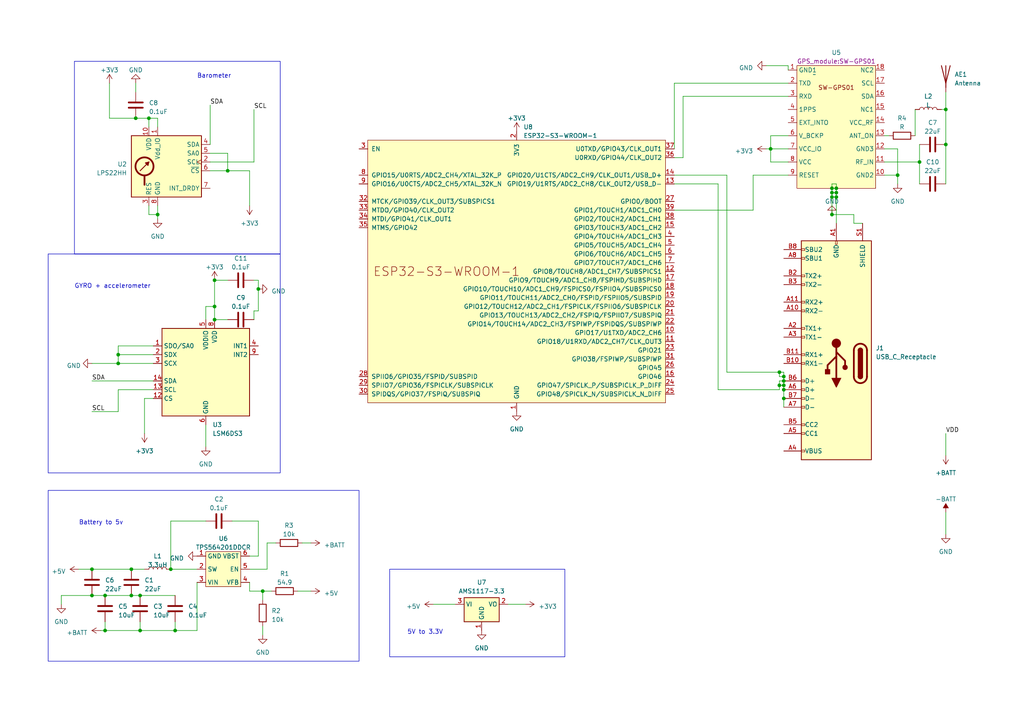
<source format=kicad_sch>
(kicad_sch (version 20230121) (generator eeschema)
  (paper "A4")
  (lib_symbols
    (symbol "Connector:USB_C_Receptacle" (pin_names (offset 1.016))
      (property "Reference" "J" (at -10.16 29.21 0))
      (property "Value" "USB_C_Receptacle" (at 10.16 29.21 0))
      (symbol "USB_C_Receptacle_0_0"
        (rectangle (start -0.254 -35.56) (end 0.254 -34.544))
        (rectangle (start 10.16 -32.766) (end 9.144 -33.274))
        (rectangle (start 10.16 -30.226) (end 9.144 -30.734))
        (rectangle (start 10.16 -25.146) (end 9.144 -25.654))
        (rectangle (start 10.16 -22.606) (end 9.144 -23.114))
        (rectangle (start 10.16 -17.526) (end 9.144 -18.034))
        (rectangle (start 10.16 -14.986) (end 9.144 -15.494))
        (rectangle (start 10.16 -9.906) (end 9.144 -10.414))
        (rectangle (start 10.16 -7.366) (end 9.144 -7.874))
        (rectangle (start 10.16 -2.286) (end 9.144 -2.794))
        (rectangle (start 10.16 0.254) (end 9.144 -0.254))
        (rectangle (start 10.16 5.334) (end 9.144 4.826))
        (rectangle (start 10.16 7.874) (end 9.144 7.366))
        (rectangle (start 10.16 10.414) (end 9.144 9.906))
        (rectangle (start 10.16 12.954) (end 9.144 12.446))
        (rectangle (start 10.16 18.034) (end 9.144 17.526))
        (rectangle (start 10.16 20.574) (end 9.144 20.066))
        (rectangle (start 10.16 25.654) (end 9.144 25.146))
      )
      (symbol "USB_C_Receptacle_0_1"
        (rectangle (start -10.16 27.94) (end 10.16 -35.56) (stroke (width 0.254)) (fill (type background)))
        (arc (start -8.89 -3.81) (mid -6.985 -5.7067) (end -5.08 -3.81) (stroke (width 0.508)))
        (arc (start -7.62 -3.81) (mid -6.985 -4.4423) (end -6.35 -3.81) (stroke (width 0.254)))
        (arc (start -7.62 -3.81) (mid -6.985 -4.4423) (end -6.35 -3.81) (stroke (width 0.254)) (fill (type outline)))
        (rectangle (start -7.62 -3.81) (end -6.35 3.81) (stroke (width 0.254)) (fill (type outline)))
        (arc (start -6.35 3.81) (mid -6.985 4.4423) (end -7.62 3.81) (stroke (width 0.254)))
        (arc (start -6.35 3.81) (mid -6.985 4.4423) (end -7.62 3.81) (stroke (width 0.254)) (fill (type outline)))
        (arc (start -5.08 3.81) (mid -6.985 5.7067) (end -8.89 3.81) (stroke (width 0.508)))
        (polyline (pts (xy -8.89 -3.81) (xy -8.89 3.81)) (stroke (width 0.508)))
        (polyline (pts (xy -5.08 3.81) (xy -5.08 -3.81)) (stroke (width 0.508)))
      )
      (symbol "USB_C_Receptacle_1_1"
        (circle (center -2.54 1.143) (radius 0.635) (stroke (width 0.254)) (fill (type outline)))
        (circle (center 0 -5.842) (radius 1.27) (fill (type outline)))
        (polyline (pts (xy 0 -5.842) (xy 0 4.318)) (stroke (width 0.508)))
        (polyline (pts (xy 0 -3.302) (xy -2.54 -0.762) (xy -2.54 0.508)) (stroke (width 0.508)))
        (polyline (pts (xy 0 -2.032) (xy 2.54 0.508) (xy 2.54 1.778)) (stroke (width 0.508)))
        (polyline (pts (xy -1.27 4.318) (xy 0 6.858) (xy 1.27 4.318) (xy -1.27 4.318)) (stroke (width 0.254)) (fill (type outline)))
        (rectangle (start 1.905 1.778) (end 3.175 3.048) (stroke (width 0.254)) (fill (type outline)))
        (pin passive line (at 0 -40.64 90) (length 5.08) (name "GND") (number "A1"))
        (pin bidirectional line (at 15.24 -15.24 180) (length 5.08) (name "RX2-") (number "A10"))
        (pin bidirectional line (at 15.24 -17.78 180) (length 5.08) (name "RX2+") (number "A11"))
        (pin passive line (at 0 -40.64 90) (length 5.08) hide (name "GND") (number "A12"))
        (pin bidirectional line (at 15.24 -10.16 180) (length 5.08) (name "TX1+") (number "A2"))
        (pin bidirectional line (at 15.24 -7.62 180) (length 5.08) (name "TX1-") (number "A3"))
        (pin passive line (at 15.24 25.4 180) (length 5.08) (name "VBUS") (number "A4"))
        (pin bidirectional line (at 15.24 20.32 180) (length 5.08) (name "CC1") (number "A5"))
        (pin bidirectional line (at 15.24 7.62 180) (length 5.08) (name "D+") (number "A6"))
        (pin bidirectional line (at 15.24 12.7 180) (length 5.08) (name "D-") (number "A7"))
        (pin bidirectional line (at 15.24 -30.48 180) (length 5.08) (name "SBU1") (number "A8"))
        (pin passive line (at 15.24 25.4 180) (length 5.08) hide (name "VBUS") (number "A9"))
        (pin passive line (at 0 -40.64 90) (length 5.08) hide (name "GND") (number "B1"))
        (pin bidirectional line (at 15.24 0 180) (length 5.08) (name "RX1-") (number "B10"))
        (pin bidirectional line (at 15.24 -2.54 180) (length 5.08) (name "RX1+") (number "B11"))
        (pin passive line (at 0 -40.64 90) (length 5.08) hide (name "GND") (number "B12"))
        (pin bidirectional line (at 15.24 -25.4 180) (length 5.08) (name "TX2+") (number "B2"))
        (pin bidirectional line (at 15.24 -22.86 180) (length 5.08) (name "TX2-") (number "B3"))
        (pin passive line (at 15.24 25.4 180) (length 5.08) hide (name "VBUS") (number "B4"))
        (pin bidirectional line (at 15.24 17.78 180) (length 5.08) (name "CC2") (number "B5"))
        (pin bidirectional line (at 15.24 5.08 180) (length 5.08) (name "D+") (number "B6"))
        (pin bidirectional line (at 15.24 10.16 180) (length 5.08) (name "D-") (number "B7"))
        (pin bidirectional line (at 15.24 -33.02 180) (length 5.08) (name "SBU2") (number "B8"))
        (pin passive line (at 15.24 25.4 180) (length 5.08) hide (name "VBUS") (number "B9"))
        (pin passive line (at -7.62 -40.64 90) (length 5.08) (name "SHIELD") (number "S1"))
      )
    )
    (symbol "Device:Antenna" (pin_numbers hide) (pin_names (offset 1.016) hide)
      (property "Reference" "AE" (at -1.905 1.905 0))
      (property "Value" "Antenna" (at -1.905 0 0))
      (symbol "Antenna_0_1"
        (polyline (pts (xy 0 2.54) (xy 0 -3.81)) (stroke (width 0.254)))
        (polyline (pts (xy 1.27 2.54) (xy 0 -2.54) (xy -1.27 2.54)) (stroke (width 0.254)))
      )
      (symbol "Antenna_1_1"
        (pin input line (at 0 -5.08 90) (length 2.54) (name "A") (number "1"))
      )
    )
    (symbol "Device:C" (pin_numbers hide) (pin_names (offset 0.254))
      (property "Reference" "C" (at 0.635 2.54 0))
      (property "Value" "C" (at 0.635 -2.54 0))
      (symbol "C_0_1"
        (polyline (pts (xy -2.032 -0.762) (xy 2.032 -0.762)) (stroke (width 0.508)))
        (polyline (pts (xy -2.032 0.762) (xy 2.032 0.762)) (stroke (width 0.508)))
      )
      (symbol "C_1_1"
        (pin passive line (at 0 3.81 270) (length 2.794) (name "~") (number "1"))
        (pin passive line (at 0 -3.81 90) (length 2.794) (name "~") (number "2"))
      )
    )
    (symbol "Device:L" (pin_numbers hide) (pin_names (offset 1.016) hide)
      (property "Reference" "L" (at -1.27 0 90))
      (property "Value" "L" (at 1.905 0 90))
      (symbol "L_0_1"
        (arc (start 0 -2.54) (mid 0.6323 -1.905) (end 0 -1.27))
        (arc (start 0 -1.27) (mid 0.6323 -0.635) (end 0 0))
        (arc (start 0 0) (mid 0.6323 0.635) (end 0 1.27))
        (arc (start 0 1.27) (mid 0.6323 1.905) (end 0 2.54))
      )
      (symbol "L_1_1"
        (pin passive line (at 0 3.81 270) (length 1.27) (name "1") (number "1"))
        (pin passive line (at 0 -3.81 90) (length 1.27) (name "2") (number "2"))
      )
    )
    (symbol "Device:R" (pin_numbers hide) (pin_names (offset 0))
      (property "Reference" "R" (at 2.032 0 90))
      (property "Value" "R" (at 0 0 90))
      (symbol "R_0_1"
        (rectangle (start -1.016 -2.54) (end 1.016 2.54) (stroke (width 0.254)))
      )
      (symbol "R_1_1"
        (pin passive line (at 0 3.81 270) (length 1.27) (name "~") (number "1"))
        (pin passive line (at 0 -3.81 90) (length 1.27) (name "~") (number "2"))
      )
    )
    (symbol "Espressif:ESP32-S3-WROOM-1" (pin_names (offset 1.016))
      (property "Reference" "U" (at -43.18 43.18 0))
      (property "Value" "ESP32-S3-WROOM-1" (at -43.18 40.64 0))
      (symbol "ESP32-S3-WROOM-1_0_0"
        (text "ESP32-S3-WROOM-1" (at -20.32 0 0) (effects (font (size 2.54 2.54))))
        (pin power_in line (at 0 -40.64 90) (length 2.54) (name "GND") (number "1"))
        (pin bidirectional line (at 45.72 -17.78 180) (length 2.54) (name "GPIO17/U1TXD/ADC2_CH6") (number "10"))
        (pin bidirectional line (at 45.72 -20.32 180) (length 2.54) (name "GPIO18/U1RXD/ADC2_CH7/CLK_OUT3") (number "11"))
        (pin bidirectional line (at 45.72 0 180) (length 2.54) (name "GPIO8/TOUCH8/ADC1_CH7/SUBSPICS1") (number "12"))
        (pin bidirectional line (at 45.72 25.4 180) (length 2.54) (name "GPIO19/U1RTS/ADC2_CH8/CLK_OUT2/USB_D-") (number "13"))
        (pin bidirectional line (at 45.72 27.94 180) (length 2.54) (name "GPIO20/U1CTS/ADC2_CH9/CLK_OUT1/USB_D+") (number "14"))
        (pin bidirectional line (at 45.72 12.7 180) (length 2.54) (name "GPIO3/TOUCH3/ADC1_CH2") (number "15"))
        (pin bidirectional line (at 45.72 -30.48 180) (length 2.54) (name "GPIO46") (number "16"))
        (pin bidirectional line (at 45.72 -2.54 180) (length 2.54) (name "GPIO9/TOUCH9/ADC1_CH8/FSPIHD/SUBSPIHD") (number "17"))
        (pin bidirectional line (at 45.72 -5.08 180) (length 2.54) (name "GPIO10/TOUCH10/ADC1_CH9/FSPICS0/FSPIIO4/SUBSPICS0") (number "18"))
        (pin bidirectional line (at 45.72 -7.62 180) (length 2.54) (name "GPIO11/TOUCH11/ADC2_CH0/FSPID/FSPIIO5/SUBSPID") (number "19"))
        (pin power_in line (at 0 40.64 270) (length 2.54) (name "3V3") (number "2"))
        (pin bidirectional line (at 45.72 -10.16 180) (length 2.54) (name "GPIO12/TOUCH12/ADC2_CH1/FSPICLK/FSPIIO6/SUBSPICLK") (number "20"))
        (pin bidirectional line (at 45.72 -12.7 180) (length 2.54) (name "GPIO13/TOUCH13/ADC2_CH2/FSPIQ/FSPIIO7/SUBSPIQ") (number "21"))
        (pin bidirectional line (at 45.72 -15.24 180) (length 2.54) (name "GPIO14/TOUCH14/ADC2_CH3/FSPIWP/FSPIDQS/SUBSPIWP") (number "22"))
        (pin bidirectional line (at 45.72 -22.86 180) (length 2.54) (name "GPIO21") (number "23"))
        (pin bidirectional line (at 45.72 -33.02 180) (length 2.54) (name "GPIO47/SPICLK_P/SUBSPICLK_P_DIFF") (number "24"))
        (pin bidirectional line (at 45.72 -35.56 180) (length 2.54) (name "GPIO48/SPICLK_N/SUBSPICLK_N_DIFF") (number "25"))
        (pin bidirectional line (at 45.72 -27.94 180) (length 2.54) (name "GPIO45") (number "26"))
        (pin bidirectional line (at 45.72 20.32 180) (length 2.54) (name "GPIO0/BOOT") (number "27"))
        (pin bidirectional line (at -45.72 -30.48 0) (length 2.54) (name "SPIIO6/GPIO35/FSPID/SUBSPID") (number "28"))
        (pin bidirectional line (at -45.72 -33.02 0) (length 2.54) (name "SPIIO7/GPIO36/FSPICLK/SUBSPICLK") (number "29"))
        (pin input line (at -45.72 35.56 0) (length 2.54) (name "EN") (number "3"))
        (pin bidirectional line (at -45.72 -35.56 0) (length 2.54) (name "SPIDQS/GPIO37/FSPIQ/SUBSPIQ") (number "30"))
        (pin bidirectional line (at 45.72 -25.4 180) (length 2.54) (name "GPIO38/FSPIWP/SUBSPIWP") (number "31"))
        (pin bidirectional line (at -45.72 20.32 0) (length 2.54) (name "MTCK/GPIO39/CLK_OUT3/SUBSPICS1") (number "32"))
        (pin bidirectional line (at -45.72 17.78 0) (length 2.54) (name "MTDO/GPIO40/CLK_OUT2") (number "33"))
        (pin bidirectional line (at -45.72 15.24 0) (length 2.54) (name "MTDI/GPIO41/CLK_OUT1") (number "34"))
        (pin bidirectional line (at -45.72 12.7 0) (length 2.54) (name "MTMS/GPIO42") (number "35"))
        (pin bidirectional line (at 45.72 33.02 180) (length 2.54) (name "U0RXD/GPIO44/CLK_OUT2") (number "36"))
        (pin bidirectional line (at 45.72 35.56 180) (length 2.54) (name "U0TXD/GPIO43/CLK_OUT1") (number "37"))
        (pin bidirectional line (at 45.72 15.24 180) (length 2.54) (name "GPIO2/TOUCH2/ADC1_CH1") (number "38"))
        (pin bidirectional line (at 45.72 17.78 180) (length 2.54) (name "GPIO1/TOUCH1/ADC1_CH0") (number "39"))
        (pin bidirectional line (at 45.72 10.16 180) (length 2.54) (name "GPIO4/TOUCH4/ADC1_CH3") (number "4"))
        (pin passive line (at 0 -40.64 90) (length 2.54) hide (name "GND") (number "40"))
        (pin passive line (at 0 -40.64 90) (length 2.54) hide (name "GND") (number "41"))
        (pin bidirectional line (at 45.72 7.62 180) (length 2.54) (name "GPIO5/TOUCH5/ADC1_CH4") (number "5"))
        (pin bidirectional line (at 45.72 5.08 180) (length 2.54) (name "GPIO6/TOUCH6/ADC1_CH5") (number "6"))
        (pin bidirectional line (at 45.72 2.54 180) (length 2.54) (name "GPIO7/TOUCH7/ADC1_CH6") (number "7"))
        (pin bidirectional line (at -45.72 27.94 0) (length 2.54) (name "GPIO15/U0RTS/ADC2_CH4/XTAL_32K_P") (number "8"))
        (pin bidirectional line (at -45.72 25.4 0) (length 2.54) (name "GPIO16/U0CTS/ADC2_CH5/XTAL_32K_N") (number "9"))
      )
      (symbol "ESP32-S3-WROOM-1_0_1"
        (rectangle (start -43.18 38.1) (end 43.18 -38.1) (fill (type background)))
      )
    )
    (symbol "GPS_module:SW-GPS01"
      (property "Reference" "U" (at -1.27 0 0))
      (property "Footprint" "GPS_module:SW-GPS01" (at 0 -35.56 0))
      (symbol "SW-GPS01_1_1"
        (rectangle (start -11.43 2.54) (end 11.43 -33.02) (fill (type background)))
        (text "SW-GPS01" (at 0 -3.81 0) (effects (font (size 1.27 1.27))))
        (pin input line (at -13.97 1.27 0) (length 2.54) (name "GND1") (number "1"))
        (pin input line (at 13.97 -29.21 180) (length 2.54) (name "GND2") (number "10"))
        (pin input line (at 13.97 -25.4 180) (length 2.54) (name "RF_IN") (number "11"))
        (pin input line (at 13.97 -21.59 180) (length 2.54) (name "GND3") (number "12"))
        (pin input line (at 13.97 -17.78 180) (length 2.54) (name "ANT_ON") (number "13"))
        (pin input line (at 13.97 -13.97 180) (length 2.54) (name "VCC_RF") (number "14"))
        (pin input line (at 13.97 -10.16 180) (length 2.54) (name "NC1") (number "15"))
        (pin input line (at 13.97 -6.35 180) (length 2.54) (name "SDA") (number "16"))
        (pin input line (at 13.97 -2.54 180) (length 2.54) (name "SCL") (number "17"))
        (pin input line (at 13.97 1.27 180) (length 2.54) (name "NC2") (number "18"))
        (pin input line (at -13.97 -2.54 0) (length 2.54) (name "TXD") (number "2"))
        (pin input line (at -13.97 -6.35 0) (length 2.54) (name "RXD") (number "3"))
        (pin input line (at -13.97 -10.16 0) (length 2.54) (name "1PPS") (number "4"))
        (pin input line (at -13.97 -13.97 0) (length 2.54) (name "EXT_INTO") (number "5"))
        (pin input line (at -13.97 -17.78 0) (length 2.54) (name "V_BCKP") (number "6"))
        (pin input line (at -13.97 -21.59 0) (length 2.54) (name "VCC_IO") (number "7"))
        (pin input line (at -13.97 -25.4 0) (length 2.54) (name "VCC") (number "8"))
        (pin input line (at -13.97 -29.21 0) (length 2.54) (name "RESET") (number "9"))
      )
    )
    (symbol "Regulator_Linear:AMS1117-3.3"
      (property "Reference" "U" (at -3.81 3.175 0))
      (property "Value" "AMS1117-3.3" (at 0 3.175 0))
      (symbol "AMS1117-3.3_0_1"
        (rectangle (start -5.08 -5.08) (end 5.08 1.905) (stroke (width 0.254)) (fill (type background)))
      )
      (symbol "AMS1117-3.3_1_1"
        (pin power_in line (at 0 -7.62 90) (length 2.54) (name "GND") (number "1"))
        (pin power_out line (at 7.62 0 180) (length 2.54) (name "VO") (number "2"))
        (pin power_in line (at -7.62 0 0) (length 2.54) (name "VI") (number "3"))
      )
    )
    (symbol "Sensor_Motion:LSM6DS3"
      (property "Reference" "U" (at -11.43 15.24 0))
      (property "Value" "LSM6DS3" (at -11.43 12.7 0))
      (symbol "LSM6DS3_0_1"
        (rectangle (start -12.7 12.7) (end 12.7 -12.7) (stroke (width 0.254)) (fill (type background)))
      )
      (symbol "LSM6DS3_1_1"
        (pin bidirectional line (at -15.24 7.62 0) (length 2.54) (name "SDO/SA0") (number "1"))
        (pin no_connect line (at 12.7 -5.08 180) (length 3.81) hide (name "NC") (number "10"))
        (pin no_connect line (at 12.7 -2.54 180) (length 3.81) hide (name "NC") (number "11"))
        (pin input line (at -15.24 -7.62 0) (length 2.54) (name "CS") (number "12"))
        (pin input line (at -15.24 -5.08 0) (length 2.54) (name "SCL") (number "13"))
        (pin bidirectional line (at -15.24 -2.54 0) (length 2.54) (name "SDA") (number "14"))
        (pin bidirectional line (at -15.24 5.08 0) (length 2.54) (name "SDX") (number "2"))
        (pin input line (at -15.24 2.54 0) (length 2.54) (name "SCX") (number "3"))
        (pin output line (at 15.24 7.62 180) (length 2.54) (name "INT1") (number "4"))
        (pin power_in line (at 0 15.24 270) (length 2.54) (name "VDDIO") (number "5"))
        (pin power_in line (at 0 -15.24 90) (length 2.54) (name "GND") (number "6"))
        (pin passive line (at 0 -15.24 90) (length 2.54) hide (name "GND") (number "7"))
        (pin power_in line (at 2.54 15.24 270) (length 2.54) (name "VDD") (number "8"))
        (pin output line (at 15.24 5.08 180) (length 2.54) (name "INT2") (number "9"))
      )
    )
    (symbol "Sensor_Pressure:LPS22HH"
      (property "Reference" "U" (at -11.43 1.27 0))
      (property "Value" "LPS22HH" (at -11.43 -1.27 0))
      (symbol "LPS22HH_0_1"
        (rectangle (start -10.16 10.16) (end 10.16 -7.62) (stroke (width 0.254)) (fill (type background)))
        (circle (center -6.35 1.27) (radius 2.6162) (stroke (width 0.508)))
        (polyline (pts (xy -7.62 0) (xy -5.08 2.54)) (stroke (width 0.254)))
        (polyline (pts (xy -6.35 -1.524) (xy -6.35 -4.064)) (stroke (width 0.508)))
        (polyline (pts (xy -5.08 2.54) (xy -5.334 1.524) (xy -6.096 2.286) (xy -5.08 2.54)) (stroke (width 0.254)) (fill (type outline)))
      )
      (symbol "LPS22HH_1_1"
        (pin power_in line (at -2.54 12.7 270) (length 2.54) (name "Vdd_IO") (number "1"))
        (pin power_in line (at -5.08 12.7 270) (length 2.54) (name "VDD") (number "10"))
        (pin input clock (at 12.7 2.54 180) (length 2.54) (name "SCL") (number "2"))
        (pin passive line (at -5.08 -10.16 90) (length 2.54) (name "RES") (number "3"))
        (pin bidirectional line (at 12.7 7.62 180) (length 2.54) (name "SDA") (number "4"))
        (pin input line (at 12.7 5.08 180) (length 2.54) (name "SA0") (number "5"))
        (pin input line (at 12.7 0 180) (length 2.54) (name "~{CS}") (number "6"))
        (pin output line (at 12.7 -5.08 180) (length 2.54) (name "INT_DRDY") (number "7"))
        (pin power_in line (at -2.54 -10.16 90) (length 2.54) (name "GND") (number "8"))
        (pin passive line (at -2.54 -10.16 90) (length 2.54) hide (name "GND") (number "9"))
      )
    )
    (symbol "custom_parts:TPS564201"
      (property "Reference" "U6" (at 0 2.54 0))
      (property "Value" "TPS564201DDCR" (at 0 0 0))
      (symbol "TPS564201_1_1"
        (rectangle (start -5.08 -1.27) (end 5.08 -11.43) (fill (type background)))
        (pin input line (at -7.62 -2.54 0) (length 2.54) (name "GND") (number "1"))
        (pin input line (at -7.62 -6.35 0) (length 2.54) (name "SW") (number "2"))
        (pin input line (at -7.62 -10.16 0) (length 2.54) (name "VIN") (number "3"))
        (pin input line (at 7.62 -10.16 180) (length 2.54) (name "VFB") (number "4"))
        (pin input line (at 7.62 -6.35 180) (length 2.54) (name "EN") (number "5"))
        (pin input line (at 7.62 -2.54 180) (length 2.54) (name "VBST") (number "6"))
      )
    )
    (symbol "power:+3V3" (power) (pin_names (offset 0))
      (property "Value" "+3V3" (at 0 3.556 0))
      (symbol "+3V3_0_1"
        (polyline (pts (xy -0.762 1.27) (xy 0 2.54)))
        (polyline (pts (xy 0 0) (xy 0 2.54)))
        (polyline (pts (xy 0 2.54) (xy 0.762 1.27)))
      )
      (symbol "+3V3_1_1"
        (pin power_in line (at 0 0 90) (length 0) hide (name "+3V3") (number "1"))
      )
    )
    (symbol "power:+5V" (power) (pin_names (offset 0))
      (property "Value" "+5V" (at 0 3.556 0))
      (symbol "+5V_0_1"
        (polyline (pts (xy -0.762 1.27) (xy 0 2.54)))
        (polyline (pts (xy 0 0) (xy 0 2.54)))
        (polyline (pts (xy 0 2.54) (xy 0.762 1.27)))
      )
      (symbol "+5V_1_1"
        (pin power_in line (at 0 0 90) (length 0) hide (name "+5V") (number "1"))
      )
    )
    (symbol "power:+BATT" (power) (pin_names (offset 0))
      (property "Value" "+BATT" (at 0 3.556 0))
      (symbol "+BATT_0_1"
        (polyline (pts (xy -0.762 1.27) (xy 0 2.54)))
        (polyline (pts (xy 0 0) (xy 0 2.54)))
        (polyline (pts (xy 0 2.54) (xy 0.762 1.27)))
      )
      (symbol "+BATT_1_1"
        (pin power_in line (at 0 0 90) (length 0) hide (name "+BATT") (number "1"))
      )
    )
    (symbol "power:-BATT" (power) (pin_names (offset 0))
      (property "Value" "-BATT" (at 0 3.556 0))
      (symbol "-BATT_0_1"
        (polyline (pts (xy 0 0) (xy 0 2.54)))
        (polyline (pts (xy 0.762 1.27) (xy -0.762 1.27) (xy 0 2.54) (xy 0.762 1.27)) (fill (type outline)))
      )
      (symbol "-BATT_1_1"
        (pin power_in line (at 0 0 90) (length 0) hide (name "-BATT") (number "1"))
      )
    )
    (symbol "power:GND" (power) (pin_names (offset 0))
      (property "Value" "GND" (at 0 -3.81 0))
      (symbol "GND_0_1"
        (polyline (pts (xy 0 0) (xy 0 -1.27) (xy 1.27 -1.27) (xy 0 -2.54) (xy -1.27 -1.27) (xy 0 -1.27)))
      )
      (symbol "GND_1_1"
        (pin power_in line (at 0 0 270) (length 0) hide (name "GND") (number "1"))
      )
    )
  )
  (junction (at 40.64 172.72))
  (junction (at 62.23 81.28))
  (junction (at 62.23 92.71))
  (junction (at 34.29 102.87))
  (junction (at 40.64 182.88))
  (junction (at 38.1 172.72))
  (junction (at 241.3 62.23))
  (junction (at 227.33 110.49))
  (junction (at 74.93 83.82))
  (junction (at 76.2 171.45))
  (junction (at 30.48 182.88))
  (junction (at 30.48 172.72))
  (junction (at 242.57 54.61))
  (junction (at 274.32 31.75))
  (junction (at 266.7 46.99))
  (junction (at 26.67 172.72))
  (junction (at 226.06 111.76))
  (junction (at 242.57 55.88))
  (junction (at 227.33 115.57))
  (junction (at 50.8 182.88))
  (junction (at 66.04 49.53))
  (junction (at 274.32 41.91))
  (junction (at 43.18 34.29))
  (junction (at 241.3 57.15))
  (junction (at 62.23 88.9))
  (junction (at 227.33 113.03))
  (junction (at 241.3 55.88))
  (junction (at 34.29 105.41))
  (junction (at 223.52 43.18))
  (junction (at 227.33 109.22))
  (junction (at 242.57 57.15))
  (junction (at 226.06 107.95))
  (junction (at 260.35 50.8))
  (junction (at 49.53 165.1))
  (junction (at 38.1 165.1))
  (junction (at 45.72 62.23))
  (junction (at 227.33 111.76))
  (junction (at 241.3 54.61))
  (junction (at 26.67 165.1))
  (junction (at 39.37 34.29))
  (wire (pts (xy 30.48 182.88) (xy 30.48 180.34)))
  (wire (pts (xy 86.36 171.45) (xy 90.17 171.45)))
  (wire (pts (xy 147.32 175.26) (xy 152.4 175.26)))
  (wire (pts (xy 17.78 175.26) (xy 17.78 172.72)))
  (wire (pts (xy 256.54 43.18) (xy 260.35 43.18)))
  (wire (pts (xy 74.93 161.29) (xy 72.39 161.29)))
  (wire (pts (xy 43.18 34.29) (xy 45.72 34.29)))
  (wire (pts (xy 26.67 172.72) (xy 30.48 172.72)))
  (wire (pts (xy 195.58 45.72) (xy 198.12 45.72)))
  (wire (pts (xy 241.3 57.15) (xy 241.3 62.23)))
  (wire (pts (xy 223.52 43.18) (xy 228.6 43.18)))
  (wire (pts (xy 195.58 50.8) (xy 210.82 50.8)))
  (wire (pts (xy 247.65 64.77) (xy 247.65 62.23)))
  (wire (pts (xy 60.96 46.99) (xy 73.66 46.99)))
  (wire (pts (xy 274.32 148.59) (xy 274.32 154.94)))
  (wire (pts (xy 218.44 60.96) (xy 218.44 50.8)))
  (wire (pts (xy 256.54 50.8) (xy 260.35 50.8)))
  (wire (pts (xy 247.65 62.23) (xy 241.3 62.23)))
  (wire (pts (xy 43.18 36.83) (xy 43.18 34.29)))
  (wire (pts (xy 45.72 62.23) (xy 45.72 59.69)))
  (wire (pts (xy 57.15 168.91) (xy 57.15 182.88)))
  (wire (pts (xy 227.33 109.22) (xy 226.06 109.22)))
  (wire (pts (xy 40.64 172.72) (xy 50.8 172.72)))
  (wire (pts (xy 198.12 45.72) (xy 198.12 27.94)))
  (wire (pts (xy 30.48 182.88) (xy 40.64 182.88)))
  (wire (pts (xy 242.57 53.34) (xy 241.3 53.34)))
  (wire (pts (xy 29.21 182.88) (xy 30.48 182.88)))
  (wire (pts (xy 49.53 151.13) (xy 59.69 151.13)))
  (wire (pts (xy 38.1 172.72) (xy 40.64 172.72)))
  (wire (pts (xy 60.96 49.53) (xy 66.04 49.53)))
  (wire (pts (xy 227.33 109.22) (xy 227.33 107.95)))
  (wire (pts (xy 77.47 165.1) (xy 77.47 157.48)))
  (wire (pts (xy 43.18 62.23) (xy 43.18 59.69)))
  (wire (pts (xy 242.57 54.61) (xy 241.3 54.61)))
  (wire (pts (xy 73.66 90.17) (xy 73.66 92.71)))
  (wire (pts (xy 67.31 151.13) (xy 74.93 151.13)))
  (wire (pts (xy 241.3 53.34) (xy 241.3 54.61)))
  (wire (pts (xy 242.57 55.88) (xy 241.3 55.88)))
  (wire (pts (xy 274.32 31.75) (xy 274.32 26.67)))
  (wire (pts (xy 77.47 157.48) (xy 80.01 157.48)))
  (wire (pts (xy 76.2 171.45) (xy 76.2 173.99)))
  (wire (pts (xy 210.82 50.8) (xy 210.82 107.95)))
  (wire (pts (xy 31.75 34.29) (xy 39.37 34.29)))
  (wire (pts (xy 34.29 105.41) (xy 44.45 105.41)))
  (wire (pts (xy 59.69 92.71) (xy 59.69 88.9)))
  (wire (pts (xy 49.53 151.13) (xy 49.53 165.1)))
  (wire (pts (xy 74.93 90.17) (xy 73.66 90.17)))
  (wire (pts (xy 34.29 113.03) (xy 34.29 119.38)))
  (wire (pts (xy 222.25 19.05) (xy 228.6 19.05)))
  (wire (pts (xy 223.52 46.99) (xy 223.52 43.18)))
  (wire (pts (xy 227.33 110.49) (xy 226.06 110.49)))
  (wire (pts (xy 227.33 115.57) (xy 227.33 113.03)))
  (wire (pts (xy 273.05 31.75) (xy 274.32 31.75)))
  (wire (pts (xy 274.32 31.75) (xy 274.32 41.91)))
  (wire (pts (xy 242.57 54.61) (xy 242.57 53.34)))
  (wire (pts (xy 125.73 175.26) (xy 132.08 175.26)))
  (wire (pts (xy 265.43 31.75) (xy 265.43 39.37)))
  (wire (pts (xy 198.12 27.94) (xy 228.6 27.94)))
  (wire (pts (xy 227.33 110.49) (xy 227.33 111.76)))
  (wire (pts (xy 241.3 55.88) (xy 241.3 57.15)))
  (wire (pts (xy 227.33 107.95) (xy 226.06 107.95)))
  (wire (pts (xy 226.06 109.22) (xy 226.06 107.95)))
  (wire (pts (xy 72.39 168.91) (xy 72.39 171.45)))
  (wire (pts (xy 76.2 171.45) (xy 78.74 171.45)))
  (wire (pts (xy 227.33 115.57) (xy 227.33 118.11)))
  (wire (pts (xy 227.33 110.49) (xy 227.33 109.22)))
  (wire (pts (xy 38.1 165.1) (xy 41.91 165.1)))
  (wire (pts (xy 59.69 123.19) (xy 59.69 129.54)))
  (wire (pts (xy 50.8 180.34) (xy 50.8 182.88)))
  (wire (pts (xy 218.44 50.8) (xy 228.6 50.8)))
  (wire (pts (xy 260.35 50.8) (xy 260.35 53.34)))
  (wire (pts (xy 40.64 180.34) (xy 40.64 182.88)))
  (wire (pts (xy 66.04 44.45) (xy 66.04 49.53)))
  (wire (pts (xy 242.57 64.77) (xy 242.57 57.15)))
  (wire (pts (xy 34.29 100.33) (xy 34.29 102.87)))
  (wire (pts (xy 39.37 34.29) (xy 43.18 34.29)))
  (wire (pts (xy 39.37 24.13) (xy 39.37 26.67)))
  (wire (pts (xy 72.39 171.45) (xy 76.2 171.45)))
  (wire (pts (xy 227.33 111.76) (xy 226.06 111.76)))
  (wire (pts (xy 44.45 115.57) (xy 41.91 115.57)))
  (wire (pts (xy 22.86 165.1) (xy 26.67 165.1)))
  (wire (pts (xy 260.35 43.18) (xy 260.35 50.8)))
  (wire (pts (xy 74.93 151.13) (xy 74.93 161.29)))
  (wire (pts (xy 274.32 41.91) (xy 274.32 53.34)))
  (wire (pts (xy 60.96 30.48) (xy 60.96 41.91)))
  (wire (pts (xy 228.6 39.37) (xy 223.52 39.37)))
  (wire (pts (xy 59.69 88.9) (xy 62.23 88.9)))
  (wire (pts (xy 242.57 57.15) (xy 242.57 55.88)))
  (wire (pts (xy 228.6 46.99) (xy 223.52 46.99)))
  (wire (pts (xy 222.25 43.18) (xy 223.52 43.18)))
  (wire (pts (xy 43.18 62.23) (xy 45.72 62.23)))
  (wire (pts (xy 44.45 100.33) (xy 34.29 100.33)))
  (wire (pts (xy 87.63 157.48) (xy 90.17 157.48)))
  (wire (pts (xy 72.39 165.1) (xy 77.47 165.1)))
  (wire (pts (xy 26.67 105.41) (xy 34.29 105.41)))
  (wire (pts (xy 66.04 49.53) (xy 72.39 49.53)))
  (wire (pts (xy 228.6 19.05) (xy 228.6 20.32)))
  (wire (pts (xy 242.57 55.88) (xy 242.57 54.61)))
  (wire (pts (xy 45.72 62.23) (xy 45.72 63.5)))
  (wire (pts (xy 49.53 165.1) (xy 57.15 165.1)))
  (wire (pts (xy 72.39 49.53) (xy 72.39 59.69)))
  (wire (pts (xy 226.06 111.76) (xy 226.06 113.03)))
  (wire (pts (xy 274.32 125.73) (xy 274.32 132.08)))
  (wire (pts (xy 256.54 39.37) (xy 257.81 39.37)))
  (wire (pts (xy 266.7 41.91) (xy 266.7 46.99)))
  (wire (pts (xy 74.93 90.17) (xy 74.93 83.82)))
  (wire (pts (xy 17.78 172.72) (xy 26.67 172.72)))
  (wire (pts (xy 242.57 57.15) (xy 241.3 57.15)))
  (wire (pts (xy 45.72 36.83) (xy 45.72 34.29)))
  (wire (pts (xy 73.66 46.99) (xy 73.66 31.75)))
  (wire (pts (xy 60.96 44.45) (xy 66.04 44.45)))
  (wire (pts (xy 195.58 53.34) (xy 208.28 53.34)))
  (wire (pts (xy 40.64 182.88) (xy 50.8 182.88)))
  (wire (pts (xy 227.33 111.76) (xy 227.33 113.03)))
  (wire (pts (xy 76.2 181.61) (xy 76.2 184.15)))
  (wire (pts (xy 208.28 113.03) (xy 226.06 113.03)))
  (wire (pts (xy 247.65 64.77) (xy 250.19 64.77)))
  (wire (pts (xy 30.48 172.72) (xy 38.1 172.72)))
  (wire (pts (xy 34.29 102.87) (xy 34.29 105.41)))
  (wire (pts (xy 241.3 54.61) (xy 241.3 55.88)))
  (wire (pts (xy 195.58 24.13) (xy 228.6 24.13)))
  (wire (pts (xy 208.28 53.34) (xy 208.28 113.03)))
  (wire (pts (xy 195.58 43.18) (xy 195.58 24.13)))
  (wire (pts (xy 34.29 119.38) (xy 26.67 119.38)))
  (wire (pts (xy 50.8 182.88) (xy 57.15 182.88)))
  (wire (pts (xy 41.91 115.57) (xy 41.91 125.73)))
  (wire (pts (xy 62.23 88.9) (xy 62.23 92.71)))
  (wire (pts (xy 210.82 107.95) (xy 226.06 107.95)))
  (wire (pts (xy 62.23 81.28) (xy 62.23 88.9)))
  (wire (pts (xy 44.45 113.03) (xy 34.29 113.03)))
  (wire (pts (xy 256.54 46.99) (xy 266.7 46.99)))
  (wire (pts (xy 226.06 110.49) (xy 226.06 111.76)))
  (wire (pts (xy 223.52 39.37) (xy 223.52 43.18)))
  (wire (pts (xy 195.58 60.96) (xy 218.44 60.96)))
  (wire (pts (xy 26.67 110.49) (xy 44.45 110.49)))
  (wire (pts (xy 66.04 81.28) (xy 62.23 81.28)))
  (wire (pts (xy 44.45 102.87) (xy 34.29 102.87)))
  (wire (pts (xy 74.93 81.28) (xy 74.93 83.82)))
  (wire (pts (xy 62.23 92.71) (xy 66.04 92.71)))
  (wire (pts (xy 73.66 81.28) (xy 74.93 81.28)))
  (wire (pts (xy 26.67 165.1) (xy 38.1 165.1)))
  (wire (pts (xy 31.75 24.13) (xy 31.75 34.29)))
  (wire (pts (xy 266.7 53.34) (xy 266.7 46.99)))
  (rectangle (start 113.03 165.1) (end 163.83 190.5))
  (rectangle (start 13.97 73.66) (end 81.28 137.16))
  (rectangle (start 13.97 142.24) (end 104.14 191.77))
  (rectangle (start 21.59 17.78) (end 81.28 73.66))
  (text "5V to 3.3V" (at 118.11 184.15 0) (effects (font (size 1.27 1.27)) (justify left bottom)))
  (text "Battery to 5v" (at 22.86 152.4 0) (effects (font (size 1.27 1.27)) (justify left bottom)))
  (text "GYRO + accelerometer" (at 21.59 83.82 0) (effects (font (size 1.27 1.27)) (justify left bottom)))
  (text "Barometer" (at 57.15 22.86 0) (effects (font (size 1.27 1.27)) (justify left bottom)))
  (label "VDD" (at 274.32 125.73 0))
  (label "SDA" (at 60.96 30.48 0))
  (label "SDA" (at 26.67 110.49 0))
  (label "SCL" (at 26.67 119.38 0))
  (label "SCL" (at 73.66 31.75 0))
  (symbol (lib_id "Device:C") (at 38.1 168.91 180) (unit 1)
    (property "Reference" "C1" (at 41.91 168.275 0) (effects (justify right)))
    (property "Value" "22uF" (at 41.91 170.815 0) (effects (justify right)))
    (property "Footprint" "Capacitor_SMD:C_1206_3216Metric" (effects hide))
    (property "LCSC#" "C12891" (effects hide))
    (property "Price" "$0.0496" (effects hide))
  )
  (symbol (lib_id "Sensor_Motion:LSM6DS3") (at 59.69 107.95 0) (unit 1)
    (property "Reference" "U3" (at 61.6459 123.19 0) (effects (justify left)))
    (property "Value" "LSM6DS3" (at 61.6459 125.73 0) (effects (justify left)))
    (property "Footprint" "Package_LGA:LGA-14_3x2.5mm_P0.5mm_LayoutBorder3x4y" (effects hide))
    (property "Datasheet" "https://www.st.com/resource/en/datasheet/lsm6ds3tr-c.pdf" (effects hide))
    (property "LCSC#" "C967633" (effects hide))
    (property "Price" "$0.7446" (effects hide))
  )
  (symbol (lib_id "Espressif:ESP32-S3-WROOM-1") (at 149.86 78.74 0) (unit 1)
    (property "Reference" "U8" (at 151.8159 36.83 0) (effects (justify left)))
    (property "Value" "ESP32-S3-WROOM-1" (at 151.8159 39.37 0) (effects (justify left)))
    (property "Footprint" "Espressif:ESP32-S3-WROOM-1U" (effects hide))
    (property "Datasheet" "https://www.espressif.com/sites/default/files/documentation/esp32-s3-wroom-1_wroom-1u_datasheet_en.pdf" (effects hide))
    (property "LCSC#" "C2980300" (effects hide))
    (property "Price" "$3.9201" (effects hide))
  )
  (symbol (lib_id "Device:C") (at 63.5 151.13 90) (unit 1)
    (property "Reference" "C2" (at 63.5 144.78 90))
    (property "Value" "0.1uF" (at 63.5 147.32 90))
    (property "Footprint" "Capacitor_SMD:C_0805_2012Metric" (effects hide))
    (property "LCSC#" "C138340" (effects hide))
    (property "Price" "$0.0084" (effects hide))
  )
  (symbol (lib_id "Device:C") (at 270.51 41.91 270) (unit 1)
    (property "Reference" "C7" (at 270.51 35.56 90))
    (property "Value" "22uF" (at 270.51 38.1 90))
    (property "Footprint" "Capacitor_SMD:C_1206_3216Metric" (effects hide))
    (property "LCSC#" "C12891" (effects hide))
    (property "Price" "$0.0496" (effects hide))
  )
  (symbol (lib_id "power:GND") (at 39.37 24.13 180) (unit 1)
    (property "Reference" "#PWR02" (effects hide))
    (property "Value" "GND" (at 39.37 20.32 0))
  )
  (symbol (lib_id "power:+3V3") (at 62.23 81.28 0) (unit 1)
    (property "Reference" "#PWR028" (effects hide))
    (property "Value" "+3V3" (at 62.23 77.47 0))
  )
  (symbol (lib_id "power:GND") (at 76.2 184.15 0) (unit 1)
    (property "Reference" "#PWR010" (effects hide))
    (property "Value" "GND" (at 76.2 189.23 0))
  )
  (symbol (lib_id "Device:C") (at 30.48 176.53 180) (unit 1)
    (property "Reference" "C5" (at 34.29 175.895 0) (effects (justify right)))
    (property "Value" "10uF" (at 34.29 178.435 0) (effects (justify right)))
    (property "Footprint" "Capacitor_SMD:C_Elec_4x5.4" (effects hide))
    (property "LCSC#" "C72485" (effects hide))
    (property "Price" "$0.0213" (effects hide))
  )
  (symbol (lib_id "Device:C") (at 69.85 81.28 90) (unit 1)
    (property "Reference" "C11" (at 69.85 74.93 90))
    (property "Value" "0.1uF" (at 69.85 77.47 90))
    (property "Footprint" "Capacitor_SMD:C_0805_2012Metric" (effects hide))
    (property "LCSC#" "C138340" (effects hide))
    (property "Price" "$0.0084" (effects hide))
  )
  (symbol (lib_id "Device:R") (at 83.82 157.48 90) (unit 1)
    (property "Reference" "R3" (at 83.82 152.4 90))
    (property "Value" "10k" (at 83.82 154.94 90))
    (property "Footprint" "Resistor_SMD:R_0805_2012Metric" (effects hide))
    (property "LCSC#" "C17414" (effects hide))
    (property "Price" "$0.0010" (effects hide))
  )
  (symbol (lib_id "power:+3V3") (at 31.75 24.13 0) (unit 1)
    (property "Reference" "#PWR019" (effects hide))
    (property "Value" "+3V3" (at 31.75 20.32 0))
  )
  (symbol (lib_id "Device:R") (at 82.55 171.45 270) (unit 1)
    (property "Reference" "R1" (at 82.55 166.37 90))
    (property "Value" "54.9" (at 82.55 168.91 90))
  )
  (symbol (lib_id "power:+3V3") (at 41.91 125.73 180) (unit 1)
    (property "Reference" "#PWR029" (effects hide))
    (property "Value" "+3V3" (at 41.91 130.81 0))
  )
  (symbol (lib_id "Device:C") (at 50.8 176.53 180) (unit 1)
    (property "Reference" "C4" (at 54.61 175.895 0) (effects (justify right)))
    (property "Value" "0.1uF" (at 54.61 178.435 0) (effects (justify right)))
    (property "Footprint" "Capacitor_SMD:C_0805_2012Metric" (effects hide))
    (property "LCSC#" "C138340" (effects hide))
    (property "Price" "$0.0084" (effects hide))
  )
  (symbol (lib_id "power:+5V") (at 125.73 175.26 90) (unit 1)
    (property "Reference" "#PWR014" (effects hide))
    (property "Value" "+5V" (at 121.92 175.895 90) (effects (justify left)))
  )
  (symbol (lib_id "Device:C") (at 69.85 92.71 90) (unit 1)
    (property "Reference" "C9" (at 69.85 86.36 90))
    (property "Value" "0.1uF" (at 69.85 88.9 90))
    (property "Footprint" "Capacitor_SMD:C_0805_2012Metric" (effects hide))
    (property "LCSC#" "C138340" (effects hide))
    (property "Price" "$0.0084" (effects hide))
  )
  (symbol (lib_id "power:GND") (at 17.78 175.26 0) (unit 1)
    (property "Reference" "#PWR07" (effects hide))
    (property "Value" "GND" (at 17.78 180.34 0))
  )
  (symbol (lib_id "Device:C") (at 26.67 168.91 180) (unit 1)
    (property "Reference" "C6" (at 30.48 168.275 0) (effects (justify right)))
    (property "Value" "22uF" (at 30.48 170.815 0) (effects (justify right)))
    (property "Footprint" "Capacitor_SMD:C_1206_3216Metric" (effects hide))
    (property "LCSC#" "C12891" (effects hide))
    (property "Price" "$0.0496" (effects hide))
  )
  (symbol (lib_id "power:GND") (at 241.3 62.23 180) (unit 1)
    (property "Reference" "#PWR024" (effects hide))
    (property "Value" "GND" (at 241.3 58.42 0))
  )
  (symbol (lib_id "power:GND") (at 274.32 154.94 0) (unit 1)
    (property "Reference" "#PWR01" (effects hide))
    (property "Value" "GND" (at 274.32 160.02 0))
  )
  (symbol (lib_id "power:+BATT") (at 29.21 182.88 90) (unit 1)
    (property "Reference" "#PWR08" (effects hide))
    (property "Value" "+BATT" (at 25.4 183.515 90) (effects (justify left)))
    (property "Footprint" "TestPoint:TestPoint_THTPad_D4.0mm_Drill2.0mm" (effects hide))
  )
  (symbol (lib_id "power:GND") (at 74.93 83.82 90) (unit 1)
    (property "Reference" "#PWR027" (effects hide))
    (property "Value" "GND" (at 78.74 84.455 90) (effects (justify right)))
  )
  (symbol (lib_id "Sensor_Pressure:LPS22HH") (at 48.26 49.53 0) (unit 1)
    (property "Reference" "U2" (at 36.83 47.625 0) (effects (justify right)))
    (property "Value" "LPS22HH" (at 36.83 50.165 0) (effects (justify right)))
    (property "Footprint" "Package_LGA:ST_HLGA-10_2x2mm_P0.5mm_LayoutBorder3x2y" (effects hide))
    (property "Datasheet" "https://www.st.com/resource/en/datasheet/lps22hh.pdf" (effects hide))
    (property "LCSC#" "C2827824" (effects hide))
    (property "Price" "$0.891" (effects hide))
  )
  (symbol (lib_id "power:+3V3") (at 72.39 59.69 180) (unit 1)
    (property "Reference" "#PWR020" (effects hide))
    (property "Value" "+3V3" (at 72.39 64.77 0))
  )
  (symbol (lib_id "power:GND") (at 59.69 129.54 0) (unit 1)
    (property "Reference" "#PWR021" (effects hide))
    (property "Value" "GND" (at 59.69 134.62 0))
  )
  (symbol (lib_id "GPS_module:SW-GPS01") (at 242.57 21.59 0) (unit 1)
    (property "Reference" "U5" (at 242.57 15.24 0))
    (property "Value" "~" (at 236.22 21.59 0))
    (property "Footprint" "GPS_module:SW-GPS01" (at 242.57 17.78 0))
    (property "Datasheet" "https://datasheet.lcsc.com/lcsc/2204251600_G-NiceRF-SW-GPS01_C3001508.pdf" (effects hide))
    (property "LCSC#" "C3001508" (effects hide))
    (property "Price" "$4.5046" (effects hide))
  )
  (symbol (lib_id "power:+BATT") (at 274.32 132.08 180) (unit 1)
    (property "Reference" "#PWR04" (effects hide))
    (property "Value" "+BATT" (at 274.32 137.16 0))
    (property "Footprint" "TestPoint:TestPoint_THTPad_D4.0mm_Drill2.0mm" (effects hide))
  )
  (symbol (lib_id "power:GND") (at 57.15 161.29 270) (unit 1)
    (property "Reference" "#PWR09" (effects hide))
    (property "Value" "GND" (at 53.34 161.925 90) (effects (justify right)))
  )
  (symbol (lib_id "power:+BATT") (at 90.17 157.48 270) (unit 1)
    (property "Reference" "#PWR011" (effects hide))
    (property "Value" "+BATT" (at 93.98 158.115 90) (effects (justify left)))
    (property "Footprint" "TestPoint:TestPoint_THTPad_D4.0mm_Drill2.0mm" (effects hide))
  )
  (symbol (lib_id "Device:C") (at 40.64 176.53 180) (unit 1)
    (property "Reference" "C3" (at 44.45 175.895 0) (effects (justify right)))
    (property "Value" "10uF" (at 44.45 178.435 0) (effects (justify right)))
    (property "Footprint" "Capacitor_SMD:C_Elec_4x5.4" (effects hide))
    (property "LCSC#" "C72485" (effects hide))
    (property "Price" "$0.0213" (effects hide))
  )
  (symbol (lib_id "custom_parts:TPS564201") (at 64.77 158.75 0) (unit 1)
    (property "Reference" "U6" (at 64.77 156.21 0))
    (property "Value" "TPS564201DDCR" (at 64.77 158.75 0))
    (property "Footprint" "Package_TO_SOT_SMD:TSOT-23-6" (effects hide))
    (property "Datasheet" "https://datasheet.lcsc.com/lcsc/2010141804_Texas-Instruments-TPS564201DDCR_C464812.pdf" (effects hide))
    (property "LCSC#" "C464812" (effects hide))
    (property "Price" "$0.2961" (effects hide))
  )
  (symbol (lib_id "Device:R") (at 76.2 177.8 180) (unit 1)
    (property "Reference" "R2" (at 78.74 177.165 0) (effects (justify right)))
    (property "Value" "10k" (at 78.74 179.705 0) (effects (justify right)))
    (property "Footprint" "Resistor_SMD:R_0805_2012Metric" (effects hide))
    (property "LCSC#" "C17414" (effects hide))
    (property "Price" "$0.0010" (effects hide))
  )
  (symbol (lib_id "power:+3V3") (at 222.25 43.18 90) (unit 1)
    (property "Reference" "#PWR015" (effects hide))
    (property "Value" "+3V3" (at 218.44 43.815 90) (effects (justify left)))
  )
  (symbol (lib_id "Device:L") (at 269.24 31.75 90) (unit 1)
    (property "Reference" "L2" (at 269.24 27.94 90))
    (property "Value" "L" (at 269.24 30.48 90))
  )
  (symbol (lib_id "power:+3V3") (at 149.86 38.1 0) (unit 1)
    (property "Reference" "#PWR023" (effects hide))
    (property "Value" "+3V3" (at 149.86 34.29 0))
  )
  (symbol (lib_id "power:GND") (at 139.7 182.88 0) (unit 1)
    (property "Reference" "#PWR012" (effects hide))
    (property "Value" "GND" (at 139.7 187.96 0))
  )
  (symbol (lib_id "Device:L") (at 45.72 165.1 90) (unit 1)
    (property "Reference" "L1" (at 45.72 161.29 90))
    (property "Value" "3.3uH" (at 45.72 163.83 90))
    (property "Footprint" "Inductor_SMD:L_Changjiang_FNR5040S" (effects hide))
    (property "LCSC#" "C2042994" (effects hide))
    (property "Price" "$0.2406" (effects hide))
  )
  (symbol (lib_id "Device:R") (at 261.62 39.37 90) (unit 1)
    (property "Reference" "R4" (at 261.62 34.29 90))
    (property "Value" "R" (at 261.62 36.83 90))
  )
  (symbol (lib_id "power:GND") (at 45.72 63.5 0) (unit 1)
    (property "Reference" "#PWR018" (effects hide))
    (property "Value" "GND" (at 45.72 68.58 0))
  )
  (symbol (lib_id "power:GND") (at 26.67 105.41 270) (unit 1)
    (property "Reference" "#PWR026" (effects hide))
    (property "Value" "GND" (at 23.4532 106.045 90) (effects (justify right)))
  )
  (symbol (lib_id "power:+5V") (at 90.17 171.45 270) (unit 1)
    (property "Reference" "#PWR06" (effects hide))
    (property "Value" "+5V" (at 93.98 172.085 90) (effects (justify left)))
  )
  (symbol (lib_id "Device:C") (at 39.37 30.48 180) (unit 1)
    (property "Reference" "C8" (at 43.18 29.845 0) (effects (justify right)))
    (property "Value" "0.1uF" (at 43.18 32.385 0) (effects (justify right)))
    (property "Footprint" "Capacitor_SMD:C_0805_2012Metric" (effects hide))
    (property "LCSC#" "C138340" (effects hide))
    (property "Price" "$0.0084" (effects hide))
  )
  (symbol (lib_id "power:GND") (at 149.86 119.38 0) (unit 1)
    (property "Reference" "#PWR022" (effects hide))
    (property "Value" "GND" (at 149.86 124.46 0))
  )
  (symbol (lib_id "power:-BATT") (at 274.32 148.59 0) (unit 1)
    (property "Reference" "#PWR03" (effects hide))
    (property "Value" "-BATT" (at 274.32 144.78 0))
    (property "Footprint" "TestPoint:TestPoint_THTPad_D4.0mm_Drill2.0mm" (effects hide))
  )
  (symbol (lib_id "power:GND") (at 222.25 19.05 270) (unit 1)
    (property "Reference" "#PWR016" (effects hide))
    (property "Value" "GND" (at 218.44 19.685 90) (effects (justify right)))
  )
  (symbol (lib_id "power:+3V3") (at 152.4 175.26 270) (unit 1)
    (property "Reference" "#PWR013" (effects hide))
    (property "Value" "+3V3" (at 156.21 175.895 90) (effects (justify left)))
  )
  (symbol (lib_id "Regulator_Linear:AMS1117-3.3") (at 139.7 175.26 0) (unit 1)
    (property "Reference" "U7" (at 139.7 168.91 0))
    (property "Value" "AMS1117-3.3" (at 139.7 171.45 0))
    (property "Footprint" "Package_TO_SOT_SMD:SOT-223-3_TabPin2" (effects hide))
    (property "Datasheet" "http://www.advanced-monolithic.com/pdf/ds1117.pdf" (effects hide))
    (property "LCSC#" "C426566" (effects hide))
    (property "Price" "$0.0417" (effects hide))
  )
  (symbol (lib_id "power:+5V") (at 22.86 165.1 90) (unit 1)
    (property "Reference" "#PWR05" (effects hide))
    (property "Value" "+5V" (at 19.05 165.735 90) (effects (justify left)))
  )
  (symbol (lib_id "Device:Antenna") (at 274.32 21.59 0) (unit 1)
    (property "Reference" "AE1" (at 276.86 21.59 0) (effects (justify left)))
    (property "Value" "Antenna" (at 276.86 24.13 0) (effects (justify left)))
  )
  (symbol (lib_id "Device:C") (at 270.51 53.34 270) (unit 1)
    (property "Reference" "C10" (at 270.51 46.99 90))
    (property "Value" "22uF" (at 270.51 49.53 90))
    (property "Footprint" "Capacitor_SMD:C_1206_3216Metric" (effects hide))
    (property "LCSC#" "C12891" (effects hide))
    (property "Price" "$0.0496" (effects hide))
  )
  (symbol (lib_id "power:GND") (at 260.35 53.34 0) (unit 1)
    (property "Reference" "#PWR017" (effects hide))
    (property "Value" "GND" (at 260.35 58.42 0))
  )
  (symbol (lib_id "Connector:USB_C_Receptacle") (at 242.57 105.41 180) (unit 1)
    (property "Reference" "J1" (at 254 100.965 0) (effects (justify right)))
    (property "Value" "USB_C_Receptacle" (at 254 103.505 0) (effects (justify right)))
    (property "Datasheet" "https://www.usb.org/sites/default/files/documents/usb_type-c.zip" (effects hide))
  )
)
</source>
